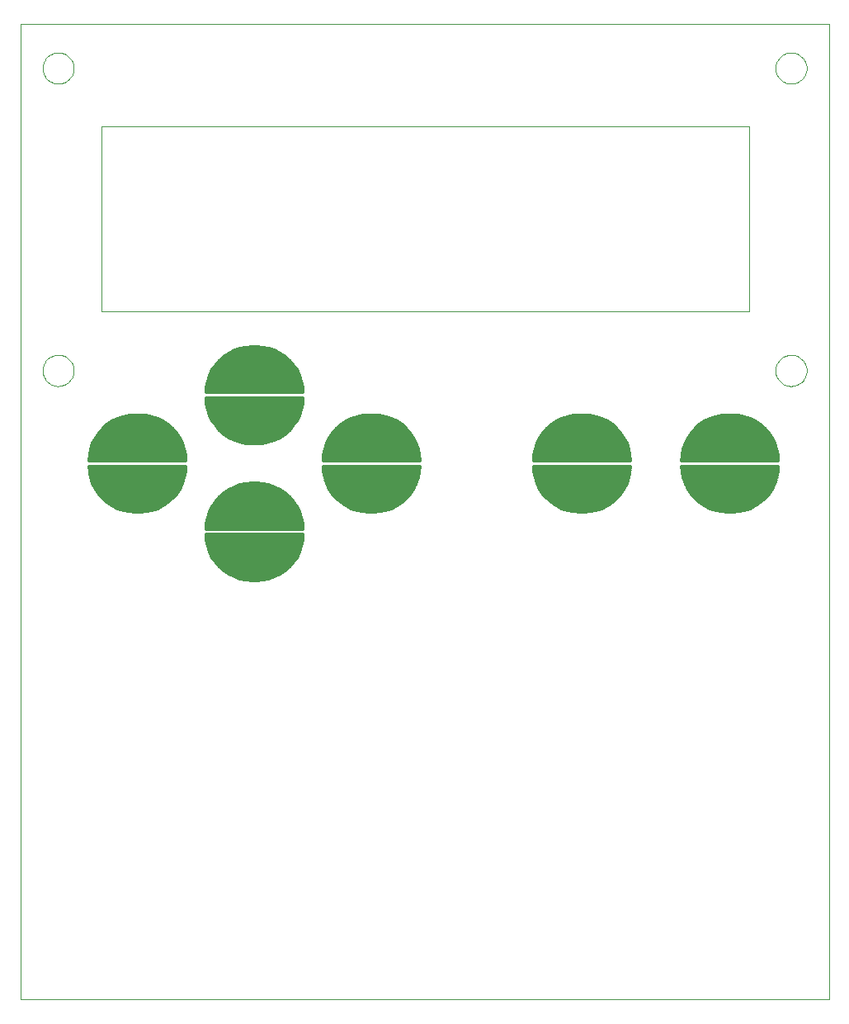
<source format=gbl>
G75*
G70*
%OFA0B0*%
%FSLAX24Y24*%
%IPPOS*%
%LPD*%
%AMOC8*
5,1,8,0,0,1.08239X$1,22.5*
%
%ADD10C,0.0000*%
%ADD11C,0.0340*%
%ADD12C,0.0100*%
D10*
X000100Y000100D02*
X000100Y039470D01*
X032777Y039470D01*
X032777Y000100D01*
X000100Y000100D01*
X001005Y025494D02*
X001007Y025544D01*
X001013Y025594D01*
X001023Y025643D01*
X001037Y025691D01*
X001054Y025738D01*
X001075Y025783D01*
X001100Y025827D01*
X001128Y025868D01*
X001160Y025907D01*
X001194Y025944D01*
X001231Y025978D01*
X001271Y026008D01*
X001313Y026035D01*
X001357Y026059D01*
X001403Y026080D01*
X001450Y026096D01*
X001498Y026109D01*
X001548Y026118D01*
X001597Y026123D01*
X001648Y026124D01*
X001698Y026121D01*
X001747Y026114D01*
X001796Y026103D01*
X001844Y026088D01*
X001890Y026070D01*
X001935Y026048D01*
X001978Y026022D01*
X002019Y025993D01*
X002058Y025961D01*
X002094Y025926D01*
X002126Y025888D01*
X002156Y025848D01*
X002183Y025805D01*
X002206Y025761D01*
X002225Y025715D01*
X002241Y025667D01*
X002253Y025618D01*
X002261Y025569D01*
X002265Y025519D01*
X002265Y025469D01*
X002261Y025419D01*
X002253Y025370D01*
X002241Y025321D01*
X002225Y025273D01*
X002206Y025227D01*
X002183Y025183D01*
X002156Y025140D01*
X002126Y025100D01*
X002094Y025062D01*
X002058Y025027D01*
X002019Y024995D01*
X001978Y024966D01*
X001935Y024940D01*
X001890Y024918D01*
X001844Y024900D01*
X001796Y024885D01*
X001747Y024874D01*
X001698Y024867D01*
X001648Y024864D01*
X001597Y024865D01*
X001548Y024870D01*
X001498Y024879D01*
X001450Y024892D01*
X001403Y024908D01*
X001357Y024929D01*
X001313Y024953D01*
X001271Y024980D01*
X001231Y025010D01*
X001194Y025044D01*
X001160Y025081D01*
X001128Y025120D01*
X001100Y025161D01*
X001075Y025205D01*
X001054Y025250D01*
X001037Y025297D01*
X001023Y025345D01*
X001013Y025394D01*
X001007Y025444D01*
X001005Y025494D01*
X003368Y027895D02*
X029549Y027895D01*
X029549Y035336D01*
X003368Y035336D01*
X003368Y027895D01*
X001005Y037698D02*
X001007Y037748D01*
X001013Y037798D01*
X001023Y037847D01*
X001037Y037895D01*
X001054Y037942D01*
X001075Y037987D01*
X001100Y038031D01*
X001128Y038072D01*
X001160Y038111D01*
X001194Y038148D01*
X001231Y038182D01*
X001271Y038212D01*
X001313Y038239D01*
X001357Y038263D01*
X001403Y038284D01*
X001450Y038300D01*
X001498Y038313D01*
X001548Y038322D01*
X001597Y038327D01*
X001648Y038328D01*
X001698Y038325D01*
X001747Y038318D01*
X001796Y038307D01*
X001844Y038292D01*
X001890Y038274D01*
X001935Y038252D01*
X001978Y038226D01*
X002019Y038197D01*
X002058Y038165D01*
X002094Y038130D01*
X002126Y038092D01*
X002156Y038052D01*
X002183Y038009D01*
X002206Y037965D01*
X002225Y037919D01*
X002241Y037871D01*
X002253Y037822D01*
X002261Y037773D01*
X002265Y037723D01*
X002265Y037673D01*
X002261Y037623D01*
X002253Y037574D01*
X002241Y037525D01*
X002225Y037477D01*
X002206Y037431D01*
X002183Y037387D01*
X002156Y037344D01*
X002126Y037304D01*
X002094Y037266D01*
X002058Y037231D01*
X002019Y037199D01*
X001978Y037170D01*
X001935Y037144D01*
X001890Y037122D01*
X001844Y037104D01*
X001796Y037089D01*
X001747Y037078D01*
X001698Y037071D01*
X001648Y037068D01*
X001597Y037069D01*
X001548Y037074D01*
X001498Y037083D01*
X001450Y037096D01*
X001403Y037112D01*
X001357Y037133D01*
X001313Y037157D01*
X001271Y037184D01*
X001231Y037214D01*
X001194Y037248D01*
X001160Y037285D01*
X001128Y037324D01*
X001100Y037365D01*
X001075Y037409D01*
X001054Y037454D01*
X001037Y037501D01*
X001023Y037549D01*
X001013Y037598D01*
X001007Y037648D01*
X001005Y037698D01*
X030612Y037698D02*
X030614Y037748D01*
X030620Y037798D01*
X030630Y037847D01*
X030644Y037895D01*
X030661Y037942D01*
X030682Y037987D01*
X030707Y038031D01*
X030735Y038072D01*
X030767Y038111D01*
X030801Y038148D01*
X030838Y038182D01*
X030878Y038212D01*
X030920Y038239D01*
X030964Y038263D01*
X031010Y038284D01*
X031057Y038300D01*
X031105Y038313D01*
X031155Y038322D01*
X031204Y038327D01*
X031255Y038328D01*
X031305Y038325D01*
X031354Y038318D01*
X031403Y038307D01*
X031451Y038292D01*
X031497Y038274D01*
X031542Y038252D01*
X031585Y038226D01*
X031626Y038197D01*
X031665Y038165D01*
X031701Y038130D01*
X031733Y038092D01*
X031763Y038052D01*
X031790Y038009D01*
X031813Y037965D01*
X031832Y037919D01*
X031848Y037871D01*
X031860Y037822D01*
X031868Y037773D01*
X031872Y037723D01*
X031872Y037673D01*
X031868Y037623D01*
X031860Y037574D01*
X031848Y037525D01*
X031832Y037477D01*
X031813Y037431D01*
X031790Y037387D01*
X031763Y037344D01*
X031733Y037304D01*
X031701Y037266D01*
X031665Y037231D01*
X031626Y037199D01*
X031585Y037170D01*
X031542Y037144D01*
X031497Y037122D01*
X031451Y037104D01*
X031403Y037089D01*
X031354Y037078D01*
X031305Y037071D01*
X031255Y037068D01*
X031204Y037069D01*
X031155Y037074D01*
X031105Y037083D01*
X031057Y037096D01*
X031010Y037112D01*
X030964Y037133D01*
X030920Y037157D01*
X030878Y037184D01*
X030838Y037214D01*
X030801Y037248D01*
X030767Y037285D01*
X030735Y037324D01*
X030707Y037365D01*
X030682Y037409D01*
X030661Y037454D01*
X030644Y037501D01*
X030630Y037549D01*
X030620Y037598D01*
X030614Y037648D01*
X030612Y037698D01*
X030612Y025494D02*
X030614Y025544D01*
X030620Y025594D01*
X030630Y025643D01*
X030644Y025691D01*
X030661Y025738D01*
X030682Y025783D01*
X030707Y025827D01*
X030735Y025868D01*
X030767Y025907D01*
X030801Y025944D01*
X030838Y025978D01*
X030878Y026008D01*
X030920Y026035D01*
X030964Y026059D01*
X031010Y026080D01*
X031057Y026096D01*
X031105Y026109D01*
X031155Y026118D01*
X031204Y026123D01*
X031255Y026124D01*
X031305Y026121D01*
X031354Y026114D01*
X031403Y026103D01*
X031451Y026088D01*
X031497Y026070D01*
X031542Y026048D01*
X031585Y026022D01*
X031626Y025993D01*
X031665Y025961D01*
X031701Y025926D01*
X031733Y025888D01*
X031763Y025848D01*
X031790Y025805D01*
X031813Y025761D01*
X031832Y025715D01*
X031848Y025667D01*
X031860Y025618D01*
X031868Y025569D01*
X031872Y025519D01*
X031872Y025469D01*
X031868Y025419D01*
X031860Y025370D01*
X031848Y025321D01*
X031832Y025273D01*
X031813Y025227D01*
X031790Y025183D01*
X031763Y025140D01*
X031733Y025100D01*
X031701Y025062D01*
X031665Y025027D01*
X031626Y024995D01*
X031585Y024966D01*
X031542Y024940D01*
X031497Y024918D01*
X031451Y024900D01*
X031403Y024885D01*
X031354Y024874D01*
X031305Y024867D01*
X031255Y024864D01*
X031204Y024865D01*
X031155Y024870D01*
X031105Y024879D01*
X031057Y024892D01*
X031010Y024908D01*
X030964Y024929D01*
X030920Y024953D01*
X030878Y024980D01*
X030838Y025010D01*
X030801Y025044D01*
X030767Y025081D01*
X030735Y025120D01*
X030707Y025161D01*
X030682Y025205D01*
X030661Y025250D01*
X030644Y025297D01*
X030630Y025345D01*
X030620Y025394D01*
X030614Y025444D01*
X030612Y025494D01*
D11*
X028761Y023454D03*
X028761Y020054D03*
X022777Y020054D03*
X022777Y023454D03*
X014273Y023454D03*
X014273Y020054D03*
X009549Y020698D03*
X009549Y022809D03*
X009549Y026209D03*
X004824Y023454D03*
X004824Y020054D03*
X009549Y017298D03*
D12*
X009647Y017029D02*
X009450Y017029D01*
X009206Y017045D01*
X008966Y017093D01*
X008735Y017171D01*
X008515Y017280D01*
X008312Y017416D01*
X008128Y017577D01*
X007967Y017761D01*
X007831Y017964D01*
X007723Y018184D01*
X007644Y018415D01*
X007596Y018655D01*
X007580Y018899D01*
X011517Y018899D01*
X011501Y018655D01*
X011454Y018415D01*
X011375Y018184D01*
X011267Y017964D01*
X011131Y017761D01*
X010970Y017577D01*
X010786Y017416D01*
X010582Y017280D01*
X010363Y017171D01*
X010131Y017093D01*
X009891Y017045D01*
X009647Y017029D01*
X009844Y017042D02*
X009253Y017042D01*
X008826Y017141D02*
X010272Y017141D01*
X010500Y017239D02*
X008598Y017239D01*
X008429Y017338D02*
X010669Y017338D01*
X010809Y017436D02*
X008289Y017436D01*
X008176Y017535D02*
X010921Y017535D01*
X011019Y017633D02*
X008079Y017633D01*
X007992Y017732D02*
X011105Y017732D01*
X011177Y017830D02*
X007920Y017830D01*
X007855Y017929D02*
X011243Y017929D01*
X011298Y018027D02*
X007800Y018027D01*
X007751Y018126D02*
X011346Y018126D01*
X011389Y018224D02*
X007709Y018224D01*
X007675Y018323D02*
X011422Y018323D01*
X011455Y018421D02*
X007643Y018421D01*
X007623Y018520D02*
X011474Y018520D01*
X011494Y018618D02*
X007604Y018618D01*
X007592Y018717D02*
X011505Y018717D01*
X011512Y018815D02*
X007586Y018815D01*
X007580Y019096D02*
X011517Y019096D01*
X011501Y019340D01*
X011454Y019580D01*
X011375Y019812D01*
X011267Y020031D01*
X011131Y020234D01*
X010970Y020418D01*
X010786Y020580D01*
X010582Y020716D01*
X010363Y020824D01*
X010131Y020902D01*
X009891Y020950D01*
X009647Y020966D01*
X009450Y020966D01*
X009206Y020950D01*
X008966Y020902D01*
X008735Y020824D01*
X008515Y020716D01*
X008312Y020580D01*
X008128Y020418D01*
X007967Y020234D01*
X007831Y020031D01*
X007723Y019812D01*
X007644Y019580D01*
X007596Y019340D01*
X007580Y019096D01*
X007581Y019111D02*
X011516Y019111D01*
X011510Y019209D02*
X007588Y019209D01*
X007594Y019308D02*
X011503Y019308D01*
X011488Y019406D02*
X007609Y019406D01*
X007629Y019505D02*
X011469Y019505D01*
X011446Y019603D02*
X007652Y019603D01*
X007685Y019702D02*
X011412Y019702D01*
X011379Y019800D02*
X007719Y019800D01*
X007765Y019899D02*
X011332Y019899D01*
X011284Y019997D02*
X007814Y019997D01*
X007874Y020096D02*
X011224Y020096D01*
X011158Y020194D02*
X007940Y020194D01*
X008018Y020293D02*
X011080Y020293D01*
X010994Y020391D02*
X008104Y020391D01*
X008209Y020490D02*
X010888Y020490D01*
X010773Y020588D02*
X008324Y020588D01*
X008472Y020687D02*
X010626Y020687D01*
X010441Y020785D02*
X008656Y020785D01*
X008911Y020884D02*
X010187Y020884D01*
X009891Y022557D02*
X009647Y022541D01*
X009450Y022541D01*
X009206Y022557D01*
X008966Y022605D01*
X008735Y022683D01*
X008515Y022791D01*
X008312Y022927D01*
X008128Y023089D01*
X007967Y023273D01*
X007831Y023476D01*
X007723Y023695D01*
X007644Y023927D01*
X007596Y024167D01*
X007580Y024411D01*
X011517Y024411D01*
X011501Y024167D01*
X011454Y023927D01*
X011375Y023695D01*
X011267Y023476D01*
X011131Y023273D01*
X010970Y023089D01*
X010786Y022927D01*
X010582Y022791D01*
X010363Y022683D01*
X010131Y022605D01*
X009891Y022557D01*
X009897Y022558D02*
X009201Y022558D01*
X008814Y022657D02*
X010284Y022657D01*
X010508Y022755D02*
X008589Y022755D01*
X008422Y022854D02*
X010675Y022854D01*
X010814Y022952D02*
X008284Y022952D01*
X008172Y023051D02*
X010926Y023051D01*
X011023Y023149D02*
X008075Y023149D01*
X007989Y023248D02*
X011109Y023248D01*
X011180Y023346D02*
X007918Y023346D01*
X007852Y023445D02*
X011246Y023445D01*
X011300Y023543D02*
X007798Y023543D01*
X007749Y023642D02*
X011348Y023642D01*
X011390Y023740D02*
X007707Y023740D01*
X007674Y023839D02*
X011424Y023839D01*
X011456Y023937D02*
X007642Y023937D01*
X007622Y024036D02*
X011475Y024036D01*
X011495Y024134D02*
X007603Y024134D01*
X007592Y024233D02*
X011506Y024233D01*
X011512Y024331D02*
X007586Y024331D01*
X007580Y024608D02*
X011517Y024608D01*
X011501Y024852D01*
X011454Y025092D01*
X011375Y025324D01*
X011267Y025543D01*
X011131Y025746D01*
X010970Y025930D01*
X010786Y026092D01*
X010582Y026227D01*
X010363Y026336D01*
X010131Y026414D01*
X009891Y026462D01*
X009647Y026478D01*
X009450Y026478D01*
X009206Y026462D01*
X008966Y026414D01*
X008735Y026336D01*
X008515Y026227D01*
X008312Y026092D01*
X008128Y025930D01*
X007967Y025746D01*
X007831Y025543D01*
X007723Y025324D01*
X007644Y025092D01*
X007596Y024852D01*
X007580Y024608D01*
X007582Y024627D02*
X011516Y024627D01*
X011510Y024725D02*
X007588Y024725D01*
X007594Y024824D02*
X011503Y024824D01*
X011487Y024922D02*
X007610Y024922D01*
X007630Y025021D02*
X011468Y025021D01*
X011444Y025119D02*
X007653Y025119D01*
X007687Y025218D02*
X011411Y025218D01*
X011378Y025316D02*
X007720Y025316D01*
X007768Y025415D02*
X011330Y025415D01*
X011282Y025513D02*
X007816Y025513D01*
X007877Y025612D02*
X011221Y025612D01*
X011155Y025710D02*
X007943Y025710D01*
X008021Y025809D02*
X011076Y025809D01*
X010990Y025907D02*
X008108Y025907D01*
X008214Y026006D02*
X010884Y026006D01*
X010767Y026104D02*
X008331Y026104D01*
X008478Y026203D02*
X010619Y026203D01*
X010433Y026301D02*
X008665Y026301D01*
X008923Y026400D02*
X010174Y026400D01*
X012852Y023174D02*
X012691Y022990D01*
X012555Y022787D01*
X012447Y022568D01*
X012368Y022336D01*
X012321Y022096D01*
X012305Y021852D01*
X016242Y021852D01*
X016226Y022096D01*
X016178Y022336D01*
X016099Y022568D01*
X015991Y022787D01*
X015855Y022990D01*
X015694Y023174D01*
X015510Y023336D01*
X015307Y023472D01*
X015087Y023580D01*
X014856Y023658D01*
X014616Y023706D01*
X014372Y023722D01*
X014175Y023722D01*
X013931Y023706D01*
X013691Y023658D01*
X013459Y023580D01*
X013240Y023472D01*
X013036Y023336D01*
X012852Y023174D01*
X012830Y023149D02*
X015716Y023149D01*
X015803Y023051D02*
X012744Y023051D01*
X012666Y022952D02*
X015881Y022952D01*
X015947Y022854D02*
X012600Y022854D01*
X012540Y022755D02*
X016007Y022755D01*
X016056Y022657D02*
X012491Y022657D01*
X012444Y022558D02*
X016103Y022558D01*
X016136Y022460D02*
X012410Y022460D01*
X012377Y022361D02*
X016169Y022361D01*
X016193Y022263D02*
X012354Y022263D01*
X012334Y022164D02*
X016212Y022164D01*
X016228Y022066D02*
X012319Y022066D01*
X012312Y021967D02*
X016234Y021967D01*
X016241Y021869D02*
X012306Y021869D01*
X012305Y021655D02*
X016242Y021655D01*
X016226Y021411D01*
X016178Y021171D01*
X016099Y020939D01*
X015991Y020720D01*
X015855Y020517D01*
X015694Y020333D01*
X015510Y020171D01*
X015307Y020036D01*
X015087Y019927D01*
X014856Y019849D01*
X014616Y019801D01*
X014372Y019785D01*
X014175Y019785D01*
X013931Y019801D01*
X013691Y019849D01*
X013459Y019927D01*
X013240Y020036D01*
X013036Y020171D01*
X012852Y020333D01*
X012691Y020517D01*
X012555Y020720D01*
X012447Y020939D01*
X012368Y021171D01*
X012321Y021411D01*
X012305Y021655D01*
X012310Y021573D02*
X016236Y021573D01*
X016230Y021475D02*
X012317Y021475D01*
X012328Y021376D02*
X016219Y021376D01*
X016199Y021278D02*
X012347Y021278D01*
X012367Y021179D02*
X016180Y021179D01*
X016147Y021081D02*
X012399Y021081D01*
X012433Y020982D02*
X016114Y020982D01*
X016072Y020884D02*
X012475Y020884D01*
X012523Y020785D02*
X016023Y020785D01*
X015969Y020687D02*
X012578Y020687D01*
X012643Y020588D02*
X015903Y020588D01*
X015831Y020490D02*
X012715Y020490D01*
X012801Y020391D02*
X015745Y020391D01*
X015648Y020293D02*
X012898Y020293D01*
X013011Y020194D02*
X015536Y020194D01*
X015396Y020096D02*
X013150Y020096D01*
X013318Y019997D02*
X015229Y019997D01*
X015002Y019899D02*
X013544Y019899D01*
X013946Y019800D02*
X014601Y019800D01*
X015610Y023248D02*
X012936Y023248D01*
X013052Y023346D02*
X015494Y023346D01*
X015347Y023445D02*
X013199Y023445D01*
X013385Y023543D02*
X015162Y023543D01*
X014905Y023642D02*
X013641Y023642D01*
X006744Y022263D02*
X002905Y022263D01*
X002920Y022336D02*
X002872Y022096D01*
X002856Y021852D01*
X006793Y021852D01*
X006777Y022096D01*
X006729Y022336D01*
X006651Y022568D01*
X006542Y022787D01*
X006406Y022990D01*
X006245Y023174D01*
X006061Y023336D01*
X005858Y023472D01*
X005638Y023580D01*
X005407Y023658D01*
X005167Y023706D01*
X004923Y023722D01*
X004726Y023722D01*
X004482Y023706D01*
X004242Y023658D01*
X004010Y023580D01*
X003791Y023472D01*
X003588Y023336D01*
X003404Y023174D01*
X003242Y022990D01*
X003106Y022787D01*
X002998Y022568D01*
X002920Y022336D01*
X002928Y022361D02*
X006721Y022361D01*
X006687Y022460D02*
X002962Y022460D01*
X002995Y022558D02*
X006654Y022558D01*
X006607Y022657D02*
X003042Y022657D01*
X003091Y022755D02*
X006558Y022755D01*
X006498Y022854D02*
X003151Y022854D01*
X003217Y022952D02*
X006432Y022952D01*
X006354Y023051D02*
X003295Y023051D01*
X003381Y023149D02*
X006267Y023149D01*
X006162Y023248D02*
X003487Y023248D01*
X003603Y023346D02*
X006046Y023346D01*
X005898Y023445D02*
X003751Y023445D01*
X003936Y023543D02*
X005713Y023543D01*
X005456Y023642D02*
X004193Y023642D01*
X002885Y022164D02*
X006763Y022164D01*
X006779Y022066D02*
X002870Y022066D01*
X002863Y021967D02*
X006785Y021967D01*
X006792Y021869D02*
X002857Y021869D01*
X002856Y021655D02*
X006793Y021655D01*
X006777Y021411D01*
X006729Y021171D01*
X006651Y020939D01*
X006542Y020720D01*
X006406Y020517D01*
X006245Y020333D01*
X006061Y020171D01*
X005858Y020036D01*
X005638Y019927D01*
X005407Y019849D01*
X005167Y019801D01*
X004923Y019785D01*
X004726Y019785D01*
X004482Y019801D01*
X004242Y019849D01*
X004010Y019927D01*
X003791Y020036D01*
X003588Y020171D01*
X003404Y020333D01*
X003242Y020517D01*
X003106Y020720D01*
X002998Y020939D01*
X002920Y021171D01*
X002872Y021411D01*
X002856Y021655D01*
X002861Y021573D02*
X006788Y021573D01*
X006781Y021475D02*
X002868Y021475D01*
X002879Y021376D02*
X006770Y021376D01*
X006750Y021278D02*
X002898Y021278D01*
X002918Y021179D02*
X006731Y021179D01*
X006698Y021081D02*
X002950Y021081D01*
X002984Y020982D02*
X006665Y020982D01*
X006623Y020884D02*
X003026Y020884D01*
X003074Y020785D02*
X006574Y020785D01*
X006520Y020687D02*
X003129Y020687D01*
X003195Y020588D02*
X006454Y020588D01*
X006383Y020490D02*
X003266Y020490D01*
X003353Y020391D02*
X006296Y020391D01*
X006199Y020293D02*
X003450Y020293D01*
X003562Y020194D02*
X006087Y020194D01*
X005948Y020096D02*
X003701Y020096D01*
X003869Y019997D02*
X005780Y019997D01*
X005554Y019899D02*
X004095Y019899D01*
X004497Y019800D02*
X005152Y019800D01*
X020825Y021411D02*
X020872Y021171D01*
X020951Y020939D01*
X021059Y020720D01*
X021195Y020517D01*
X021356Y020333D01*
X021540Y020171D01*
X021744Y020036D01*
X021963Y019927D01*
X022195Y019849D01*
X022435Y019801D01*
X022679Y019785D01*
X022876Y019785D01*
X023120Y019801D01*
X023360Y019849D01*
X023591Y019927D01*
X023811Y020036D01*
X024014Y020171D01*
X024198Y020333D01*
X024359Y020517D01*
X024495Y020720D01*
X024603Y020939D01*
X024682Y021171D01*
X024730Y021411D01*
X024746Y021655D01*
X020809Y021655D01*
X020825Y021411D01*
X020832Y021376D02*
X024723Y021376D01*
X024734Y021475D02*
X020820Y021475D01*
X020814Y021573D02*
X024740Y021573D01*
X024746Y021852D02*
X020809Y021852D01*
X020825Y022096D01*
X020872Y022336D01*
X020951Y022568D01*
X021059Y022787D01*
X021195Y022990D01*
X021356Y023174D01*
X021540Y023336D01*
X021744Y023472D01*
X021963Y023580D01*
X022195Y023658D01*
X022435Y023706D01*
X022679Y023722D01*
X022876Y023722D01*
X023120Y023706D01*
X023360Y023658D01*
X023591Y023580D01*
X023811Y023472D01*
X024014Y023336D01*
X024198Y023174D01*
X024359Y022990D01*
X024495Y022787D01*
X024603Y022568D01*
X024682Y022336D01*
X024730Y022096D01*
X024746Y021852D01*
X024745Y021869D02*
X020810Y021869D01*
X020816Y021967D02*
X024738Y021967D01*
X024732Y022066D02*
X020823Y022066D01*
X020838Y022164D02*
X024716Y022164D01*
X024697Y022263D02*
X020858Y022263D01*
X020881Y022361D02*
X024673Y022361D01*
X024640Y022460D02*
X020914Y022460D01*
X020948Y022558D02*
X024607Y022558D01*
X024559Y022657D02*
X020995Y022657D01*
X021043Y022755D02*
X024511Y022755D01*
X024451Y022854D02*
X021104Y022854D01*
X021169Y022952D02*
X024385Y022952D01*
X024306Y023051D02*
X021248Y023051D01*
X021334Y023149D02*
X024220Y023149D01*
X024114Y023248D02*
X021440Y023248D01*
X021556Y023346D02*
X023998Y023346D01*
X023851Y023445D02*
X021703Y023445D01*
X021889Y023543D02*
X023666Y023543D01*
X023409Y023642D02*
X022145Y023642D01*
X020851Y021278D02*
X024703Y021278D01*
X024684Y021179D02*
X020871Y021179D01*
X020903Y021081D02*
X024651Y021081D01*
X024618Y020982D02*
X020937Y020982D01*
X020979Y020884D02*
X024576Y020884D01*
X024527Y020785D02*
X021027Y020785D01*
X021082Y020687D02*
X024473Y020687D01*
X024407Y020588D02*
X021147Y020588D01*
X021219Y020490D02*
X024335Y020490D01*
X024249Y020391D02*
X021305Y020391D01*
X021402Y020293D02*
X024152Y020293D01*
X024040Y020194D02*
X021515Y020194D01*
X021654Y020096D02*
X023900Y020096D01*
X023732Y019997D02*
X021822Y019997D01*
X022048Y019899D02*
X023506Y019899D01*
X023105Y019800D02*
X022450Y019800D01*
X026857Y021171D02*
X026935Y020939D01*
X027043Y020720D01*
X027179Y020517D01*
X027341Y020333D01*
X027525Y020171D01*
X027728Y020036D01*
X027947Y019927D01*
X028179Y019849D01*
X028419Y019801D01*
X028663Y019785D01*
X028860Y019785D01*
X029104Y019801D01*
X029344Y019849D01*
X029575Y019927D01*
X029795Y020036D01*
X029998Y020171D01*
X030182Y020333D01*
X030343Y020517D01*
X030479Y020720D01*
X030588Y020939D01*
X030666Y021171D01*
X030714Y021411D01*
X030730Y021655D01*
X026793Y021655D01*
X026809Y021411D01*
X026857Y021171D01*
X026855Y021179D02*
X030668Y021179D01*
X030687Y021278D02*
X026835Y021278D01*
X026816Y021376D02*
X030707Y021376D01*
X030718Y021475D02*
X026805Y021475D01*
X026798Y021573D02*
X030725Y021573D01*
X030730Y021852D02*
X026793Y021852D01*
X026809Y022096D01*
X026857Y022336D01*
X026935Y022568D01*
X027043Y022787D01*
X027179Y022990D01*
X027341Y023174D01*
X027525Y023336D01*
X027728Y023472D01*
X027947Y023580D01*
X028179Y023658D01*
X028419Y023706D01*
X028663Y023722D01*
X028860Y023722D01*
X029104Y023706D01*
X029344Y023658D01*
X029575Y023580D01*
X029795Y023472D01*
X029998Y023336D01*
X030182Y023174D01*
X030343Y022990D01*
X030479Y022787D01*
X030588Y022568D01*
X030666Y022336D01*
X030714Y022096D01*
X030730Y021852D01*
X030729Y021869D02*
X026794Y021869D01*
X026800Y021967D02*
X030722Y021967D01*
X030716Y022066D02*
X026807Y022066D01*
X026822Y022164D02*
X030700Y022164D01*
X030681Y022263D02*
X026842Y022263D01*
X026865Y022361D02*
X030658Y022361D01*
X030624Y022460D02*
X026899Y022460D01*
X026932Y022558D02*
X030591Y022558D01*
X030544Y022657D02*
X026979Y022657D01*
X027028Y022755D02*
X030495Y022755D01*
X030435Y022854D02*
X027088Y022854D01*
X027154Y022952D02*
X030369Y022952D01*
X030291Y023051D02*
X027232Y023051D01*
X027318Y023149D02*
X030204Y023149D01*
X030099Y023248D02*
X027424Y023248D01*
X027540Y023346D02*
X029983Y023346D01*
X029835Y023445D02*
X027688Y023445D01*
X027873Y023543D02*
X029650Y023543D01*
X029393Y023642D02*
X028130Y023642D01*
X026887Y021081D02*
X030635Y021081D01*
X030602Y020982D02*
X026921Y020982D01*
X026963Y020884D02*
X030560Y020884D01*
X030511Y020785D02*
X027011Y020785D01*
X027066Y020687D02*
X030457Y020687D01*
X030391Y020588D02*
X027132Y020588D01*
X027203Y020490D02*
X030320Y020490D01*
X030233Y020391D02*
X027290Y020391D01*
X027387Y020293D02*
X030136Y020293D01*
X030024Y020194D02*
X027499Y020194D01*
X027638Y020096D02*
X029885Y020096D01*
X029717Y019997D02*
X027806Y019997D01*
X028032Y019899D02*
X029491Y019899D01*
X029089Y019800D02*
X028434Y019800D01*
M02*

</source>
